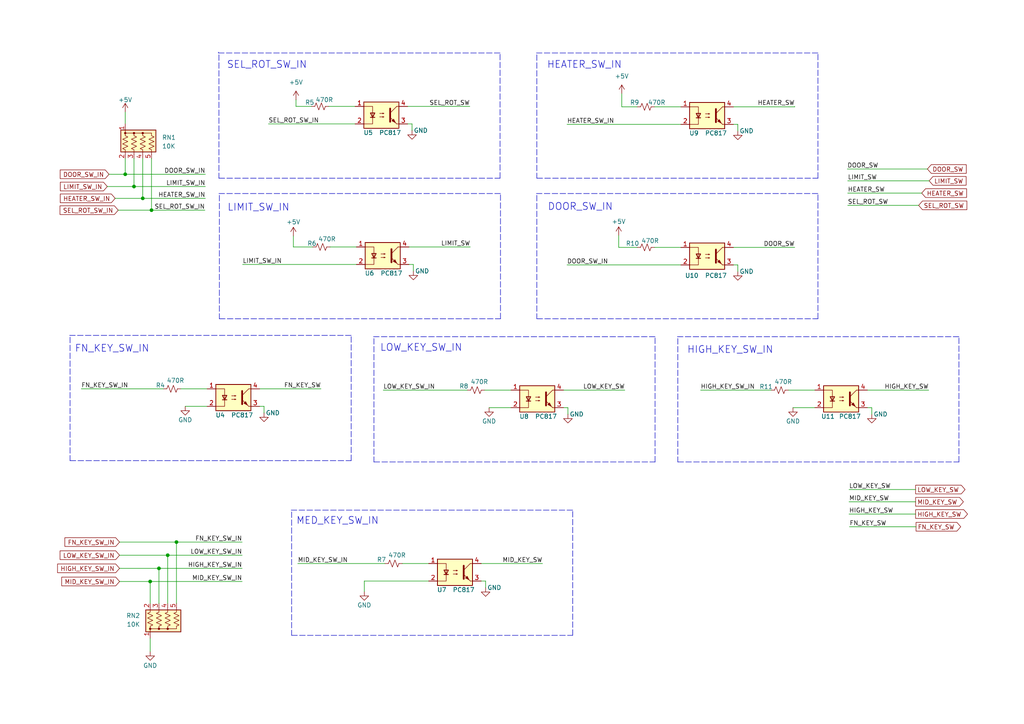
<source format=kicad_sch>
(kicad_sch (version 20211123) (generator eeschema)
  (paper "A4")
  (lib_symbols
    (symbol "Device:R_Network04_US" (pin_names (offset 0) hide)
      (property "Reference" "RN" (at -7.62 0 90))
      (property "Value" "R_Network04_US" (at 5.08 0 90))
      (symbol "R_Network04_US_0_1"
        (rectangle (start -6.35 -3.175) (end 3.81 3.175) (stroke (width 0.254)) (fill (type background)))
        (circle (center -5.08 2.286) (radius 0.254) (fill (type outline)))
        (circle (center -2.54 2.286) (radius 0.254) (fill (type outline)))
        (polyline (pts (xy -5.08 2.286) (xy 2.54 2.286)))
        (polyline (pts (xy -5.08 2.286) (xy -5.08 1.524) (xy -4.318 1.1684) (xy -5.842 0.508) (xy -4.318 -0.1524) (xy -5.842 -0.8382) (xy -4.318 -1.524) (xy -5.842 -2.1844) (xy -5.08 -2.54) (xy -5.08 -3.81)))
        (polyline (pts (xy -2.54 2.286) (xy -2.54 1.524) (xy -1.778 1.1684) (xy -3.302 0.508) (xy -1.778 -0.1524) (xy -3.302 -0.8382) (xy -1.778 -1.524) (xy -3.302 -2.1844) (xy -2.54 -2.54) (xy -2.54 -3.81)))
        (polyline (pts (xy 0 2.286) (xy 0 1.524) (xy 0.762 1.1684) (xy -0.762 0.508) (xy 0.762 -0.1524) (xy -0.762 -0.8382) (xy 0.762 -1.524) (xy -0.762 -2.1844) (xy 0 -2.54) (xy 0 -3.81)))
        (polyline (pts (xy 2.54 2.286) (xy 2.54 1.524) (xy 3.302 1.1684) (xy 1.778 0.508) (xy 3.302 -0.1524) (xy 1.778 -0.8382) (xy 3.302 -1.524) (xy 1.778 -2.1844) (xy 2.54 -2.54) (xy 2.54 -3.81)))
        (circle (center 0 2.286) (radius 0.254) (fill (type outline)))
      )
      (symbol "R_Network04_US_1_1"
        (pin passive line (at -5.08 5.08 270) (length 2.54) (name "common") (number "1"))
        (pin passive line (at -5.08 -5.08 90) (length 1.27) (name "R1") (number "2"))
        (pin passive line (at -2.54 -5.08 90) (length 1.27) (name "R2") (number "3"))
        (pin passive line (at 0 -5.08 90) (length 1.27) (name "R3") (number "4"))
        (pin passive line (at 2.54 -5.08 90) (length 1.27) (name "R4") (number "5"))
      )
    )
    (symbol "Device:R_Small_US" (pin_numbers hide) (pin_names (offset 0.254) hide)
      (property "Reference" "R" (at 0.762 0.508 0))
      (property "Value" "R_Small_US" (at 0.762 -1.016 0))
      (symbol "R_Small_US_1_1"
        (polyline (pts (xy 0 0) (xy 1.016 -0.381) (xy 0 -0.762) (xy -1.016 -1.143) (xy 0 -1.524)))
        (polyline (pts (xy 0 1.524) (xy 1.016 1.143) (xy 0 0.762) (xy -1.016 0.381) (xy 0 0)))
        (pin passive line (at 0 2.54 270) (length 1.016) (name "~") (number "1"))
        (pin passive line (at 0 -2.54 90) (length 1.016) (name "~") (number "2"))
      )
    )
    (symbol "Isolator:PC817" (pin_names (offset 1.016))
      (property "Reference" "U" (at -5.08 5.08 0))
      (property "Value" "PC817" (at 0 5.08 0))
      (symbol "PC817_0_1"
        (rectangle (start -5.08 3.81) (end 5.08 -3.81) (stroke (width 0.254)) (fill (type background)))
        (polyline (pts (xy -3.175 -0.635) (xy -1.905 -0.635)) (stroke (width 0.254)))
        (polyline (pts (xy 2.54 0.635) (xy 4.445 2.54)))
        (polyline (pts (xy 4.445 -2.54) (xy 2.54 -0.635)) (fill (type outline)))
        (polyline (pts (xy 4.445 -2.54) (xy 5.08 -2.54)))
        (polyline (pts (xy 4.445 2.54) (xy 5.08 2.54)))
        (polyline (pts (xy -5.08 2.54) (xy -2.54 2.54) (xy -2.54 -0.635)))
        (polyline (pts (xy -2.54 -0.635) (xy -2.54 -2.54) (xy -5.08 -2.54)))
        (polyline (pts (xy 2.54 1.905) (xy 2.54 -1.905) (xy 2.54 -1.905)) (stroke (width 0.508)))
        (polyline (pts (xy -2.54 -0.635) (xy -3.175 0.635) (xy -1.905 0.635) (xy -2.54 -0.635)) (stroke (width 0.254)))
        (polyline (pts (xy -0.508 -0.508) (xy 0.762 -0.508) (xy 0.381 -0.635) (xy 0.381 -0.381) (xy 0.762 -0.508)))
        (polyline (pts (xy -0.508 0.508) (xy 0.762 0.508) (xy 0.381 0.381) (xy 0.381 0.635) (xy 0.762 0.508)))
        (polyline (pts (xy 3.048 -1.651) (xy 3.556 -1.143) (xy 4.064 -2.159) (xy 3.048 -1.651) (xy 3.048 -1.651)) (fill (type outline)))
      )
      (symbol "PC817_1_1"
        (pin passive line (at -7.62 2.54 0) (length 2.54) (name "~") (number "1"))
        (pin passive line (at -7.62 -2.54 0) (length 2.54) (name "~") (number "2"))
        (pin passive line (at 7.62 -2.54 180) (length 2.54) (name "~") (number "3"))
        (pin passive line (at 7.62 2.54 180) (length 2.54) (name "~") (number "4"))
      )
    )
    (symbol "power:+5V" (power) (pin_names (offset 0))
      (property "Value" "+5V" (at 0 3.556 0))
      (symbol "+5V_0_1"
        (polyline (pts (xy -0.762 1.27) (xy 0 2.54)))
        (polyline (pts (xy 0 0) (xy 0 2.54)))
        (polyline (pts (xy 0 2.54) (xy 0.762 1.27)))
      )
      (symbol "+5V_1_1"
        (pin power_in line (at 0 0 90) (length 0) hide (name "+5V") (number "1"))
      )
    )
    (symbol "power:GND" (power) (pin_names (offset 0))
      (property "Value" "GND" (at 0 -3.81 0))
      (symbol "GND_0_1"
        (polyline (pts (xy 0 0) (xy 0 -1.27) (xy 1.27 -1.27) (xy 0 -2.54) (xy -1.27 -1.27) (xy 0 -1.27)))
      )
      (symbol "GND_1_1"
        (pin power_in line (at 0 0 270) (length 0) hide (name "GND") (number "1"))
      )
    )
  )
  (junction (at 36.322 50.546))
  (junction (at 46.101 164.846))
  (junction (at 48.641 161.036))
  (junction (at 51.181 157.226))
  (junction (at 38.862 54.102))
  (junction (at 43.942 60.96))
  (junction (at 41.402 57.531))
  (junction (at 43.561 168.656))
  (wire (pts (xy 265.557 149.098) (xy 246.253 149.098)))
  (polyline (pts (xy 196.596 98.171) (xy 196.596 133.985)))
  (wire (pts (xy 36.322 32.512) (xy 36.322 35.814)))
  (wire (pts (xy 139.573 163.449) (xy 157.353 163.449)))
  (wire (pts (xy 119.507 37.846) (xy 119.507 35.941)))
  (polyline (pts (xy 237.236 15.367) (xy 155.575 15.367)))
  (polyline (pts (xy 20.32 133.604) (xy 101.854 133.604)))
  (polyline (pts (xy 155.702 15.875) (xy 155.702 51.689)))
  (wire (pts (xy 245.872 56.007) (xy 267.335 56.007)))
  (wire (pts (xy 46.101 164.846) (xy 34.671 164.846)))
  (wire (pts (xy 118.237 30.861) (xy 136.271 30.861)))
  (wire (pts (xy 105.664 168.529) (xy 124.333 168.529)))
  (wire (pts (xy 43.561 168.656) (xy 34.671 168.656)))
  (wire (pts (xy 118.618 71.628) (xy 136.398 71.628)))
  (polyline (pts (xy 189.992 97.663) (xy 108.331 97.663)))
  (wire (pts (xy 41.402 45.974) (xy 41.402 57.531)))
  (polyline (pts (xy 237.236 92.456) (xy 237.236 56.134)))
  (polyline (pts (xy 237.236 56.134) (xy 155.575 56.134)))
  (wire (pts (xy 265.684 152.781) (xy 246.38 152.781)))
  (wire (pts (xy 179.451 71.755) (xy 184.785 71.755)))
  (wire (pts (xy 46.101 164.846) (xy 46.101 175.006)))
  (polyline (pts (xy 108.458 98.171) (xy 108.458 133.985)))
  (polyline (pts (xy 278.13 97.663) (xy 196.469 97.663)))
  (wire (pts (xy 38.862 54.102) (xy 59.563 54.102)))
  (wire (pts (xy 230.505 30.861) (xy 230.505 30.988)))
  (wire (pts (xy 184.785 30.988) (xy 180.34 30.988)))
  (wire (pts (xy 245.872 52.451) (xy 269.494 52.451)))
  (wire (pts (xy 48.641 161.036) (xy 34.671 161.036)))
  (wire (pts (xy 164.465 76.835) (xy 197.485 76.835)))
  (polyline (pts (xy 278.13 133.985) (xy 278.13 97.663)))
  (polyline (pts (xy 63.373 15.113) (xy 63.373 15.367)))
  (polyline (pts (xy 145.161 56.134) (xy 63.5 56.134)))
  (wire (pts (xy 70.231 168.656) (xy 43.561 168.656)))
  (polyline (pts (xy 166.116 147.955) (xy 84.455 147.955)))
  (polyline (pts (xy 84.582 148.463) (xy 84.582 184.277)))
  (wire (pts (xy 119.888 76.708) (xy 118.618 76.708)))
  (wire (pts (xy 119.507 35.941) (xy 118.237 35.941)))
  (wire (pts (xy 43.942 60.96) (xy 59.436 60.96)))
  (wire (pts (xy 23.5712 112.776) (xy 47.371 112.776)))
  (wire (pts (xy 252.857 120.142) (xy 252.857 118.237)))
  (wire (pts (xy 180.34 30.988) (xy 180.34 27.178)))
  (wire (pts (xy 85.09 71.628) (xy 90.678 71.628)))
  (wire (pts (xy 34.29 60.96) (xy 43.942 60.96)))
  (wire (pts (xy 51.181 157.226) (xy 34.671 157.226)))
  (wire (pts (xy 36.322 45.974) (xy 36.322 50.546)))
  (wire (pts (xy 95.758 71.628) (xy 103.378 71.628)))
  (wire (pts (xy 212.725 71.755) (xy 230.505 71.755)))
  (wire (pts (xy 95.377 30.861) (xy 102.997 30.861)))
  (wire (pts (xy 33.401 57.531) (xy 41.402 57.531)))
  (wire (pts (xy 140.843 170.434) (xy 140.843 168.529)))
  (polyline (pts (xy 145.034 15.367) (xy 63.373 15.367)))
  (wire (pts (xy 141.859 118.237) (xy 148.209 118.237)))
  (polyline (pts (xy 145.161 92.456) (xy 145.161 56.134)))
  (wire (pts (xy 189.865 71.755) (xy 197.485 71.755)))
  (wire (pts (xy 70.231 164.846) (xy 46.101 164.846)))
  (wire (pts (xy 179.451 68.326) (xy 179.451 71.755)))
  (wire (pts (xy 163.449 113.157) (xy 181.229 113.157)))
  (wire (pts (xy 31.623 50.546) (xy 36.322 50.546)))
  (wire (pts (xy 85.09 71.628) (xy 85.09 68.453)))
  (wire (pts (xy 105.664 171.577) (xy 105.664 168.529)))
  (wire (pts (xy 189.865 30.988) (xy 197.485 30.988)))
  (wire (pts (xy 76.581 117.856) (xy 75.311 117.856)))
  (wire (pts (xy 41.402 57.531) (xy 59.563 57.531)))
  (wire (pts (xy 252.857 118.237) (xy 251.587 118.237)))
  (wire (pts (xy 52.451 112.776) (xy 60.071 112.776)))
  (wire (pts (xy 213.995 36.068) (xy 213.995 37.973)))
  (wire (pts (xy 75.311 112.776) (xy 93.091 112.776)))
  (polyline (pts (xy 108.458 133.985) (xy 189.992 133.985)))
  (wire (pts (xy 212.725 36.068) (xy 213.995 36.068)))
  (wire (pts (xy 43.942 45.974) (xy 43.942 60.96)))
  (wire (pts (xy 70.231 161.036) (xy 48.641 161.036)))
  (wire (pts (xy 53.721 117.856) (xy 60.071 117.856)))
  (wire (pts (xy 212.725 30.988) (xy 230.505 30.988)))
  (polyline (pts (xy 155.702 92.456) (xy 237.236 92.456)))
  (polyline (pts (xy 101.854 97.282) (xy 20.193 97.282)))
  (polyline (pts (xy 237.236 51.689) (xy 237.236 15.367)))
  (wire (pts (xy 48.641 161.036) (xy 48.641 175.006)))
  (wire (pts (xy 85.852 30.861) (xy 90.297 30.861)))
  (wire (pts (xy 70.231 157.226) (xy 51.181 157.226)))
  (wire (pts (xy 245.872 59.563) (xy 266.446 59.563)))
  (wire (pts (xy 51.181 157.226) (xy 51.181 175.006)))
  (wire (pts (xy 203.2 113.157) (xy 223.647 113.157)))
  (wire (pts (xy 265.557 145.542) (xy 246.253 145.542)))
  (wire (pts (xy 76.581 119.761) (xy 76.581 117.856)))
  (wire (pts (xy 111.1504 113.157) (xy 135.509 113.157)))
  (wire (pts (xy 164.465 36.068) (xy 197.485 36.068)))
  (wire (pts (xy 36.322 50.546) (xy 59.563 50.546)))
  (polyline (pts (xy 145.034 51.689) (xy 145.034 15.367)))
  (wire (pts (xy 251.587 113.157) (xy 269.367 113.157)))
  (wire (pts (xy 119.888 78.613) (xy 119.888 76.708)))
  (wire (pts (xy 70.358 76.708) (xy 103.378 76.708)))
  (polyline (pts (xy 155.702 51.689) (xy 237.236 51.689)))
  (polyline (pts (xy 196.596 133.985) (xy 278.13 133.985)))
  (wire (pts (xy 85.852 28.956) (xy 85.852 30.861)))
  (polyline (pts (xy 155.702 56.642) (xy 155.702 92.456)))
  (wire (pts (xy 43.561 168.656) (xy 43.561 175.006)))
  (wire (pts (xy 229.997 118.237) (xy 236.347 118.237)))
  (wire (pts (xy 77.851 35.941) (xy 102.997 35.941)))
  (polyline (pts (xy 63.627 56.642) (xy 63.627 92.456)))
  (wire (pts (xy 140.843 168.529) (xy 139.573 168.529)))
  (polyline (pts (xy 20.32 97.79) (xy 20.32 133.604)))
  (wire (pts (xy 228.727 113.157) (xy 236.347 113.157)))
  (polyline (pts (xy 63.5 51.689) (xy 145.034 51.689)))
  (wire (pts (xy 164.719 120.142) (xy 164.719 118.237)))
  (polyline (pts (xy 166.116 184.277) (xy 166.116 147.955)))
  (wire (pts (xy 86.36 163.449) (xy 111.633 163.449)))
  (wire (pts (xy 213.995 76.835) (xy 212.725 76.835)))
  (polyline (pts (xy 63.5 15.875) (xy 63.5 51.689)))
  (polyline (pts (xy 101.854 133.604) (xy 101.854 97.282)))
  (wire (pts (xy 116.713 163.449) (xy 124.333 163.449)))
  (polyline (pts (xy 189.992 133.985) (xy 189.992 97.663)))
  (wire (pts (xy 140.589 113.157) (xy 148.209 113.157)))
  (wire (pts (xy 164.719 118.237) (xy 163.449 118.237)))
  (wire (pts (xy 245.745 49.022) (xy 268.986 49.022)))
  (wire (pts (xy 213.995 78.74) (xy 213.995 76.835)))
  (polyline (pts (xy 63.627 92.456) (xy 145.161 92.456)))
  (wire (pts (xy 31.115 54.102) (xy 38.862 54.102)))
  (wire (pts (xy 38.862 45.974) (xy 38.862 54.102)))
  (wire (pts (xy 43.561 188.976) (xy 43.561 185.166)))
  (polyline (pts (xy 84.582 184.277) (xy 166.116 184.277)))
  (wire (pts (xy 265.557 141.986) (xy 246.253 141.986)))
  (text "HEATER_SW_IN" (at 158.623 20.066 0) (effects (font (size 2.032 2.032)) (justify left bottom)))
  (text "LIMIT_SW_IN" (at 65.913 61.468 0) (effects (font (size 2.032 2.032)) (justify left bottom)))
  (text "LOW_KEY_SW_IN" (at 110.2106 102.1334 0) (effects (font (size 2.032 2.032)) (justify left bottom)))
  (text "HIGH_KEY_SW_IN" (at 199.263 102.743 0) (effects (font (size 2.032 2.032)) (justify left bottom)))
  (text "MED_KEY_SW_IN" (at 85.9028 152.3238 0) (effects (font (size 2.032 2.032)) (justify left bottom)))
  (text "FN_KEY_SW_IN" (at 21.6662 102.3874 0) (effects (font (size 2.032 2.032)) (justify left bottom)))
  (text "SEL_ROT_SW_IN" (at 65.7606 20.066 0) (effects (font (size 2.032 2.032)) (justify left bottom)))
  (text "DOOR_SW_IN" (at 158.8262 61.2648 0) (effects (font (size 2.032 2.032)) (justify left bottom)))
  (label "MID_KEY_SW" (at 246.253 145.542 0))
  (label "MID_KEY_SW" (at 157.353 163.449 180))
  (label "FN_KEY_SW" (at 93.091 112.776 180))
  (label "MID_KEY_SW_IN" (at 70.231 168.656 180))
  (label "DOOR_SW" (at 245.745 49.022 0))
  (label "LIMIT_SW" (at 245.872 52.451 0))
  (label "SEL_ROT_SW_IN" (at 77.851 35.941 0))
  (label "SEL_ROT_SW" (at 136.271 30.861 180))
  (label "DOOR_SW" (at 230.505 71.755 180))
  (label "FN_KEY_SW_IN" (at 23.5712 112.776 0))
  (label "SEL_ROT_SW" (at 245.872 59.563 0))
  (label "MID_KEY_SW_IN" (at 86.36 163.449 0))
  (label "LOW_KEY_SW_IN" (at 111.1504 113.157 0))
  (label "HIGH_KEY_SW_IN" (at 203.2 113.157 0))
  (label "HIGH_KEY_SW_IN" (at 70.231 164.846 180))
  (label "LOW_KEY_SW" (at 181.229 113.157 180))
  (label "DOOR_SW_IN" (at 59.563 50.546 180))
  (label "HIGH_KEY_SW" (at 269.367 113.157 180))
  (label "SEL_ROT_SW_IN" (at 59.436 60.96 180))
  (label "LIMIT_SW_IN" (at 70.358 76.708 0))
  (label "DOOR_SW_IN" (at 164.465 76.835 0))
  (label "HEATER_SW_IN" (at 59.563 57.531 180))
  (label "LIMIT_SW_IN" (at 59.563 54.102 180))
  (label "HEATER_SW" (at 230.505 30.861 180))
  (label "FN_KEY_SW_IN" (at 70.231 157.226 180))
  (label "LOW_KEY_SW" (at 246.253 141.986 0))
  (label "HIGH_KEY_SW" (at 246.253 149.098 0))
  (label "HEATER_SW_IN" (at 164.465 36.068 0))
  (label "LOW_KEY_SW_IN" (at 70.231 161.036 180))
  (label "HEATER_SW" (at 245.872 56.007 0))
  (label "FN_KEY_SW" (at 246.38 152.781 0))
  (label "LIMIT_SW" (at 136.398 71.628 180))
  (global_label "SEL_ROT_SW" (shape input) (at 266.446 59.563 0) (property "Intersheet References" "${INTERSHEET_REFS}" (effects hide)))
  (global_label "LIMIT_SW" (shape input) (at 269.494 52.451 0) (property "Intersheet References" "${INTERSHEET_REFS}" (effects hide)))
  (global_label "FN_KEY_SW" (shape output) (at 265.684 152.781 0) (property "Intersheet References" "${INTERSHEET_REFS}" (effects hide)))
  (global_label "HEATER_SW_IN" (shape input) (at 33.401 57.531 180) (property "Intersheet References" "${INTERSHEET_REFS}" (effects hide)))
  (global_label "LOW_KEY_SW" (shape output) (at 265.557 141.986 0) (property "Intersheet References" "${INTERSHEET_REFS}" (effects hide)))
  (global_label "LIMIT_SW_IN" (shape input) (at 31.115 54.102 180) (property "Intersheet References" "${INTERSHEET_REFS}" (effects hide)))
  (global_label "HIGH_KEY_SW_IN" (shape input) (at 34.671 164.846 180) (property "Intersheet References" "${INTERSHEET_REFS}" (effects hide)))
  (global_label "MID_KEY_SW" (shape output) (at 265.557 145.542 0) (property "Intersheet References" "${INTERSHEET_REFS}" (effects hide)))
  (global_label "SEL_ROT_SW_IN" (shape input) (at 34.29 60.96 180) (property "Intersheet References" "${INTERSHEET_REFS}" (effects hide)))
  (global_label "DOOR_SW_IN" (shape input) (at 31.623 50.546 180) (property "Intersheet References" "${INTERSHEET_REFS}" (effects hide)))
  (global_label "LOW_KEY_SW_IN" (shape input) (at 34.671 161.036 180) (property "Intersheet References" "${INTERSHEET_REFS}" (effects hide)))
  (global_label "MID_KEY_SW_IN" (shape input) (at 34.671 168.656 180) (property "Intersheet References" "${INTERSHEET_REFS}" (effects hide)))
  (global_label "HIGH_KEY_SW" (shape output) (at 265.557 149.098 0) (property "Intersheet References" "${INTERSHEET_REFS}" (effects hide)))
  (global_label "HEATER_SW" (shape input) (at 267.335 56.007 0) (property "Intersheet References" "${INTERSHEET_REFS}" (effects hide)))
  (global_label "FN_KEY_SW_IN" (shape input) (at 34.671 157.226 180) (property "Intersheet References" "${INTERSHEET_REFS}" (effects hide)))
  (global_label "DOOR_SW" (shape input) (at 268.986 49.022 0) (property "Intersheet References" "${INTERSHEET_REFS}" (effects hide)))
  (symbol (lib_id "Device:R_Small_US") (at 226.187 113.157 90) (unit 1)
    (property "Reference" "R11" (at 224.155 112.141 90) (effects (justify left)))
    (property "Value" "470R" (at 229.743 110.744 90) (effects (justify left)))
    (property "Footprint" "Resistor_THT:R_Axial_DIN0207_L6.3mm_D2.5mm_P10.16mm_Horizontal" (effects hide))
  )
  (symbol (lib_id "power:+5V") (at 179.451 68.326 0) (unit 1)
    (property "Reference" "#PWR022" (effects hide))
    (property "Value" "+5V" (at 179.451 64.262 0))
  )
  (symbol (lib_id "power:GND") (at 140.843 170.434 0) (unit 1)
    (property "Reference" "#PWR019" (effects hide))
    (property "Value" "GND" (at 143.383 170.434 0))
  )
  (symbol (lib_id "power:GND") (at 213.995 78.74 0) (unit 1)
    (property "Reference" "#PWR025" (effects hide))
    (property "Value" "GND" (at 216.535 78.74 0))
  )
  (symbol (lib_id "power:GND") (at 43.561 188.976 0) (unit 1)
    (property "Reference" "#PWR011" (effects hide))
    (property "Value" "GND" (at 43.561 193.04 0))
  )
  (symbol (lib_id "power:GND") (at 141.859 118.237 0) (unit 1)
    (property "Reference" "#PWR020" (effects hide))
    (property "Value" "GND" (at 141.859 122.174 0))
  )
  (symbol (lib_id "Device:R_Small_US") (at 49.911 112.776 90) (unit 1)
    (property "Reference" "R4" (at 47.879 111.76 90) (effects (justify left)))
    (property "Value" "470R" (at 53.467 110.363 90) (effects (justify left)))
    (property "Footprint" "Resistor_THT:R_Axial_DIN0207_L6.3mm_D2.5mm_P10.16mm_Horizontal" (effects hide))
  )
  (symbol (lib_id "power:GND") (at 164.719 120.142 0) (unit 1)
    (property "Reference" "#PWR021" (effects hide))
    (property "Value" "GND" (at 167.259 120.142 0))
  )
  (symbol (lib_id "power:+5V") (at 85.852 28.956 0) (unit 1)
    (property "Reference" "#PWR015" (effects hide))
    (property "Value" "+5V" (at 85.852 23.876 0))
  )
  (symbol (lib_id "Isolator:PC817") (at 205.105 74.295 0) (unit 1)
    (property "Reference" "U10" (at 200.66 80.645 0) (effects (justify bottom)))
    (property "Value" "PC817" (at 207.645 80.645 0) (effects (justify bottom)))
    (property "Footprint" "Package_DIP:DIP-4_W7.62mm_LongPads" (effects hide))
    (property "Datasheet" "http://www.soselectronic.cz/a_info/resource/d/pc817.pdf" (effects hide))
  )
  (symbol (lib_id "Device:R_Small_US") (at 93.218 71.628 90) (unit 1)
    (property "Reference" "R6" (at 91.821 70.612 90) (effects (justify left)))
    (property "Value" "470R" (at 97.409 69.342 90) (effects (justify left)))
    (property "Footprint" "Resistor_THT:R_Axial_DIN0207_L6.3mm_D2.5mm_P10.16mm_Horizontal" (effects hide))
  )
  (symbol (lib_id "power:+5V") (at 85.09 68.453 0) (unit 1)
    (property "Reference" "#PWR014" (effects hide))
    (property "Value" "+5V" (at 85.09 64.389 0))
  )
  (symbol (lib_id "Isolator:PC817") (at 110.617 33.401 0) (unit 1)
    (property "Reference" "U5" (at 106.807 38.481 0))
    (property "Value" "PC817" (at 113.157 38.481 0))
    (property "Footprint" "Package_DIP:DIP-4_W7.62mm_LongPads" (effects hide))
    (property "Datasheet" "http://www.soselectronic.cz/a_info/resource/d/pc817.pdf" (effects hide))
  )
  (symbol (lib_id "Device:R_Small_US") (at 138.049 113.157 90) (unit 1)
    (property "Reference" "R8" (at 135.89 112.014 90) (effects (justify left)))
    (property "Value" "470R" (at 141.605 110.744 90) (effects (justify left)))
    (property "Footprint" "Resistor_THT:R_Axial_DIN0207_L6.3mm_D2.5mm_P10.16mm_Horizontal" (effects hide))
  )
  (symbol (lib_id "power:GND") (at 53.721 117.856 0) (unit 1)
    (property "Reference" "#PWR012" (effects hide))
    (property "Value" "GND" (at 53.721 121.793 0))
  )
  (symbol (lib_id "Device:R_Network04_US") (at 41.402 40.894 0) (unit 1)
    (property "Reference" "RN1" (at 46.99 39.8779 0) (effects (justify left)))
    (property "Value" "10K" (at 46.99 42.4179 0) (effects (justify left)))
    (property "Footprint" "Resistor_THT:R_Array_SIP5" (effects hide))
    (property "Datasheet" "http://www.vishay.com/docs/31509/csc.pdf" (effects hide))
  )
  (symbol (lib_id "Isolator:PC817") (at 67.691 115.316 0) (unit 1)
    (property "Reference" "U4" (at 63.881 120.396 0))
    (property "Value" "PC817" (at 70.231 120.396 0))
    (property "Footprint" "Package_DIP:DIP-4_W7.62mm_LongPads" (effects hide))
    (property "Datasheet" "http://www.soselectronic.cz/a_info/resource/d/pc817.pdf" (effects hide))
  )
  (symbol (lib_id "Device:R_Small_US") (at 187.325 71.755 90) (unit 1)
    (property "Reference" "R10" (at 185.42 70.612 90) (effects (justify left)))
    (property "Value" "470R" (at 191.135 69.85 90) (effects (justify left)))
    (property "Footprint" "Resistor_THT:R_Axial_DIN0207_L6.3mm_D2.5mm_P10.16mm_Horizontal" (effects hide))
  )
  (symbol (lib_id "Isolator:PC817") (at 155.829 115.697 0) (unit 1)
    (property "Reference" "U8" (at 152.019 120.777 0))
    (property "Value" "PC817" (at 158.369 120.777 0))
    (property "Footprint" "Package_DIP:DIP-4_W7.62mm_LongPads" (effects hide))
    (property "Datasheet" "http://www.soselectronic.cz/a_info/resource/d/pc817.pdf" (effects hide))
  )
  (symbol (lib_id "power:GND") (at 119.888 78.613 0) (unit 1)
    (property "Reference" "#PWR018" (effects hide))
    (property "Value" "GND" (at 122.428 78.613 0))
  )
  (symbol (lib_id "Device:R_Small_US") (at 187.325 30.988 90) (unit 1)
    (property "Reference" "R9" (at 185.42 29.718 90) (effects (justify left)))
    (property "Value" "470R" (at 193.04 29.718 90) (effects (justify left)))
    (property "Footprint" "Resistor_THT:R_Axial_DIN0207_L6.3mm_D2.5mm_P10.16mm_Horizontal" (effects hide))
  )
  (symbol (lib_id "Device:R_Network04_US") (at 48.641 180.086 0) (mirror x) (unit 1)
    (property "Reference" "RN2" (at 40.64 178.5619 0) (effects (justify right)))
    (property "Value" "10K" (at 40.64 181.1019 0) (effects (justify right)))
    (property "Footprint" "Resistor_THT:R_Array_SIP5" (effects hide))
    (property "Datasheet" "http://www.vishay.com/docs/31509/csc.pdf" (effects hide))
  )
  (symbol (lib_id "power:GND") (at 252.857 120.142 0) (unit 1)
    (property "Reference" "#PWR027" (effects hide))
    (property "Value" "GND" (at 255.397 120.142 0))
  )
  (symbol (lib_id "Device:R_Small_US") (at 92.837 30.861 90) (unit 1)
    (property "Reference" "R5" (at 91.186 29.718 90) (effects (justify left)))
    (property "Value" "470R" (at 96.647 28.956 90) (effects (justify left)))
    (property "Footprint" "Resistor_THT:R_Axial_DIN0207_L6.3mm_D2.5mm_P10.16mm_Horizontal" (effects hide))
  )
  (symbol (lib_id "power:GND") (at 213.995 37.973 0) (unit 1)
    (property "Reference" "#PWR024" (effects hide))
    (property "Value" "GND" (at 216.535 37.973 0))
  )
  (symbol (lib_id "Device:R_Small_US") (at 114.173 163.449 90) (unit 1)
    (property "Reference" "R7" (at 112.014 162.306 90) (effects (justify left)))
    (property "Value" "470R" (at 117.729 161.036 90) (effects (justify left)))
    (property "Footprint" "Resistor_THT:R_Axial_DIN0207_L6.3mm_D2.5mm_P10.16mm_Horizontal" (effects hide))
  )
  (symbol (lib_id "Isolator:PC817") (at 131.953 165.989 0) (unit 1)
    (property "Reference" "U7" (at 128.143 171.069 0))
    (property "Value" "PC817" (at 134.493 171.069 0))
    (property "Footprint" "Package_DIP:DIP-4_W7.62mm_LongPads" (effects hide))
    (property "Datasheet" "http://www.soselectronic.cz/a_info/resource/d/pc817.pdf" (effects hide))
  )
  (symbol (lib_id "power:GND") (at 229.997 118.237 0) (unit 1)
    (property "Reference" "#PWR026" (effects hide))
    (property "Value" "GND" (at 229.997 122.174 0))
  )
  (symbol (lib_id "power:GND") (at 76.581 119.761 0) (unit 1)
    (property "Reference" "#PWR013" (effects hide))
    (property "Value" "GND" (at 79.121 119.761 0))
  )
  (symbol (lib_id "power:+5V") (at 36.322 32.512 0) (unit 1)
    (property "Reference" "#PWR010" (effects hide))
    (property "Value" "+5V" (at 36.322 28.956 0))
  )
  (symbol (lib_id "Isolator:PC817") (at 205.105 33.528 0) (unit 1)
    (property "Reference" "U9" (at 201.295 38.608 0))
    (property "Value" "PC817" (at 207.645 38.608 0))
    (property "Footprint" "Package_DIP:DIP-4_W7.62mm_LongPads" (effects hide))
    (property "Datasheet" "http://www.soselectronic.cz/a_info/resource/d/pc817.pdf" (effects hide))
  )
  (symbol (lib_id "power:GND") (at 105.664 171.577 0) (unit 1)
    (property "Reference" "#PWR016" (effects hide))
    (property "Value" "GND" (at 105.664 175.514 0))
  )
  (symbol (lib_id "power:+5V") (at 180.34 27.178 0) (unit 1)
    (property "Reference" "#PWR023" (effects hide))
    (property "Value" "+5V" (at 180.34 22.098 0))
  )
  (symbol (lib_id "power:GND") (at 119.507 37.846 0) (unit 1)
    (property "Reference" "#PWR017" (effects hide))
    (property "Value" "GND" (at 122.047 37.846 0))
  )
  (symbol (lib_id "Isolator:PC817") (at 110.998 74.168 0) (unit 1)
    (property "Reference" "U6" (at 107.188 79.248 0))
    (property "Value" "PC817" (at 113.538 79.248 0))
    (property "Footprint" "Package_DIP:DIP-4_W7.62mm_LongPads" (effects hide))
    (property "Datasheet" "http://www.soselectronic.cz/a_info/resource/d/pc817.pdf" (effects hide))
  )
  (symbol (lib_id "Isolator:PC817") (at 243.967 115.697 0) (unit 1)
    (property "Reference" "U11" (at 240.157 120.777 0))
    (property "Value" "PC817" (at 246.507 120.777 0))
    (property "Footprint" "Package_DIP:DIP-4_W7.62mm_LongPads" (effects hide))
    (property "Datasheet" "http://www.soselectronic.cz/a_info/resource/d/pc817.pdf" (effects hide))
  )
)
</source>
